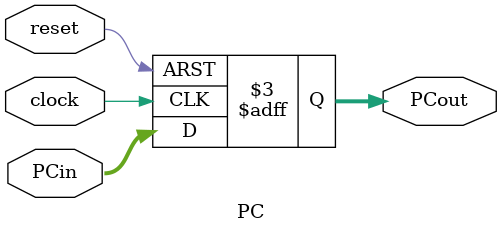
<source format=v>
module PC (
  clock, reset,
  PCin, PCout
);
  // PC - program counter

  input wire clock, reset;
  input wire [31:0] PCin;

  output reg [31:0] PCout;

  // Initialize the PC to zero or a specific starting address
  initial PCout = 32'h00000000;

 always @(posedge clock or posedge reset) begin
    if (reset) begin
      // Reset PC to the starting address
      PCout <= 32'h00000000;
    end else begin
      // Update PC to PCin or increment by 4
      // This assumes that PCin is appropriately set by the controlling logic

      // #2; // delay 2 time units
      // PCout <= PCin + 4;
      PCout <= PCin;
    end
  end
      
  /*
  Why do we add 4?

  The program counter or PC register holds the address of the current instruction. MIPS instructions are each four bytes long, so the PC should be incremented by four to read the next instruction in sequence.

  4 bytes (1 byte = 8 bits) => 4 * 8 = 32 bits
  */
endmodule
</source>
